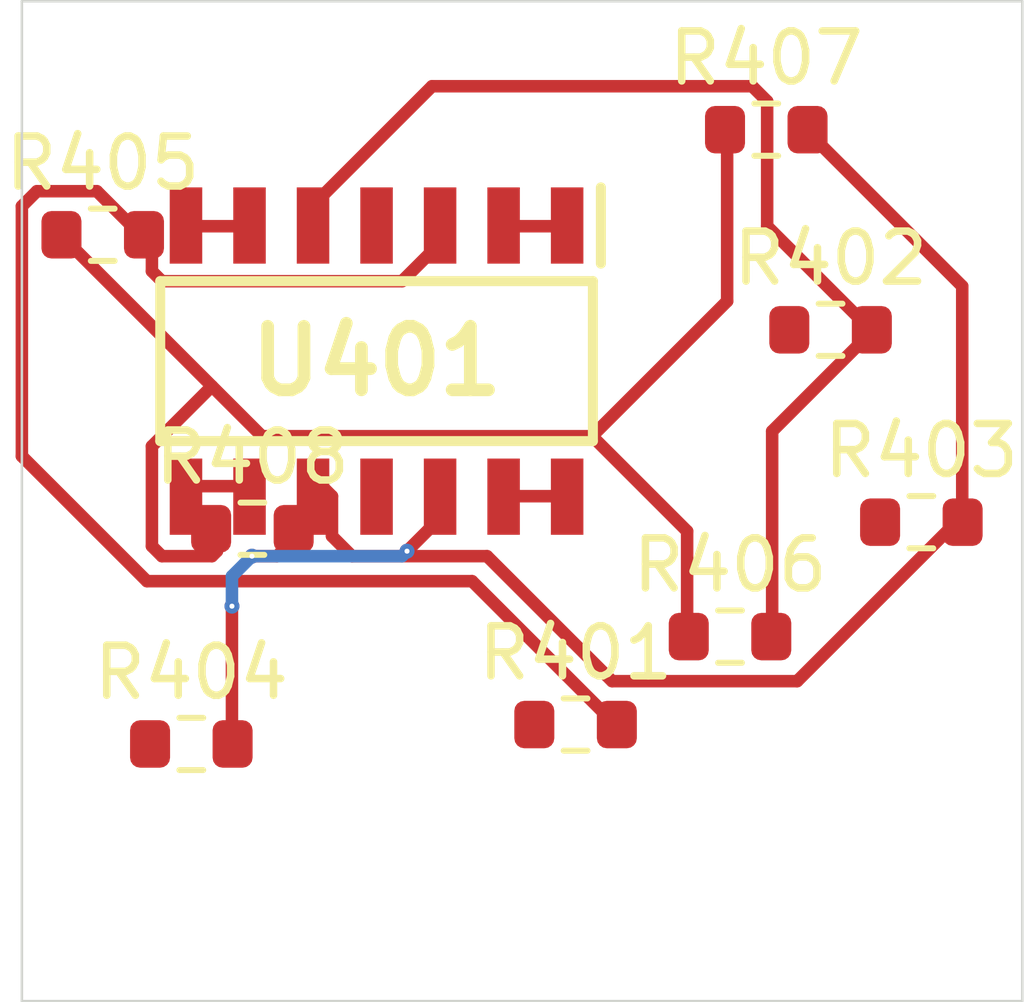
<source format=kicad_pcb>
 ( kicad_pcb  ( version 20171130 )
 ( host pcbnew 5.1.12-84ad8e8a86~92~ubuntu18.04.1 )
 ( general  ( thickness 1.6 )
 ( drawings 4 )
 ( tracks 0 )
 ( zones 0 )
 ( modules 9 )
 ( nets 14 )
)
 ( page A4 )
 ( layers  ( 0 F.Cu signal )
 ( 31 B.Cu signal )
 ( 32 B.Adhes user )
 ( 33 F.Adhes user )
 ( 34 B.Paste user )
 ( 35 F.Paste user )
 ( 36 B.SilkS user )
 ( 37 F.SilkS user )
 ( 38 B.Mask user )
 ( 39 F.Mask user )
 ( 40 Dwgs.User user )
 ( 41 Cmts.User user )
 ( 42 Eco1.User user )
 ( 43 Eco2.User user )
 ( 44 Edge.Cuts user )
 ( 45 Margin user )
 ( 46 B.CrtYd user )
 ( 47 F.CrtYd user )
 ( 48 B.Fab user )
 ( 49 F.Fab user )
)
 ( setup  ( last_trace_width 0.25 )
 ( trace_clearance 0.2 )
 ( zone_clearance 0.508 )
 ( zone_45_only no )
 ( trace_min 0.2 )
 ( via_size 0.8 )
 ( via_drill 0.4 )
 ( via_min_size 0.4 )
 ( via_min_drill 0.3 )
 ( uvia_size 0.3 )
 ( uvia_drill 0.1 )
 ( uvias_allowed no )
 ( uvia_min_size 0.2 )
 ( uvia_min_drill 0.1 )
 ( edge_width 0.05 )
 ( segment_width 0.2 )
 ( pcb_text_width 0.3 )
 ( pcb_text_size 1.5 1.5 )
 ( mod_edge_width 0.12 )
 ( mod_text_size 1 1 )
 ( mod_text_width 0.15 )
 ( pad_size 1.524 1.524 )
 ( pad_drill 0.762 )
 ( pad_to_mask_clearance 0 )
 ( aux_axis_origin 0 0 )
 ( visible_elements FFFFFF7F )
 ( pcbplotparams  ( layerselection 0x010fc_ffffffff )
 ( usegerberextensions false )
 ( usegerberattributes true )
 ( usegerberadvancedattributes true )
 ( creategerberjobfile true )
 ( excludeedgelayer true )
 ( linewidth 0.100000 )
 ( plotframeref false )
 ( viasonmask false )
 ( mode 1 )
 ( useauxorigin false )
 ( hpglpennumber 1 )
 ( hpglpenspeed 20 )
 ( hpglpendiameter 15.000000 )
 ( psnegative false )
 ( psa4output false )
 ( plotreference true )
 ( plotvalue true )
 ( plotinvisibletext false )
 ( padsonsilk false )
 ( subtractmaskfromsilk false )
 ( outputformat 1 )
 ( mirror false )
 ( drillshape 1 )
 ( scaleselection 1 )
 ( outputdirectory "" )
)
)
 ( net 0 "" )
 ( net 1 /Sheet6235D886/vp )
 ( net 2 /Sheet6248AD22/chn0 )
 ( net 3 /Sheet6248AD22/chn1 )
 ( net 4 /Sheet6248AD22/chn2 )
 ( net 5 /Sheet6248AD22/chn3 )
 ( net 6 "Net-(R401-Pad2)" )
 ( net 7 "Net-(R402-Pad2)" )
 ( net 8 "Net-(R403-Pad2)" )
 ( net 9 "Net-(R404-Pad2)" )
 ( net 10 /Sheet6248AD22/chn0_n )
 ( net 11 /Sheet6248AD22/chn1_n )
 ( net 12 /Sheet6248AD22/chn2_n )
 ( net 13 /Sheet6248AD22/chn3_n )
 ( net_class Default "This is the default net class."  ( clearance 0.2 )
 ( trace_width 0.25 )
 ( via_dia 0.8 )
 ( via_drill 0.4 )
 ( uvia_dia 0.3 )
 ( uvia_drill 0.1 )
 ( add_net /Sheet6235D886/vp )
 ( add_net /Sheet6248AD22/chn0 )
 ( add_net /Sheet6248AD22/chn0_n )
 ( add_net /Sheet6248AD22/chn1 )
 ( add_net /Sheet6248AD22/chn1_n )
 ( add_net /Sheet6248AD22/chn2 )
 ( add_net /Sheet6248AD22/chn2_n )
 ( add_net /Sheet6248AD22/chn3 )
 ( add_net /Sheet6248AD22/chn3_n )
 ( add_net "Net-(R401-Pad2)" )
 ( add_net "Net-(R402-Pad2)" )
 ( add_net "Net-(R403-Pad2)" )
 ( add_net "Net-(R404-Pad2)" )
)
 ( module Resistor_SMD:R_0603_1608Metric  ( layer F.Cu )
 ( tedit 5F68FEEE )
 ( tstamp 623425C8 )
 ( at 91.070000 114.468000 )
 ( descr "Resistor SMD 0603 (1608 Metric), square (rectangular) end terminal, IPC_7351 nominal, (Body size source: IPC-SM-782 page 72, https://www.pcb-3d.com/wordpress/wp-content/uploads/ipc-sm-782a_amendment_1_and_2.pdf), generated with kicad-footprint-generator" )
 ( tags resistor )
 ( path /6248AD23/6249ADFD )
 ( attr smd )
 ( fp_text reference R401  ( at 0 -1.43 )
 ( layer F.SilkS )
 ( effects  ( font  ( size 1 1 )
 ( thickness 0.15 )
)
)
)
 ( fp_text value 10M  ( at 0 1.43 )
 ( layer F.Fab )
 ( effects  ( font  ( size 1 1 )
 ( thickness 0.15 )
)
)
)
 ( fp_line  ( start -0.8 0.4125 )
 ( end -0.8 -0.4125 )
 ( layer F.Fab )
 ( width 0.1 )
)
 ( fp_line  ( start -0.8 -0.4125 )
 ( end 0.8 -0.4125 )
 ( layer F.Fab )
 ( width 0.1 )
)
 ( fp_line  ( start 0.8 -0.4125 )
 ( end 0.8 0.4125 )
 ( layer F.Fab )
 ( width 0.1 )
)
 ( fp_line  ( start 0.8 0.4125 )
 ( end -0.8 0.4125 )
 ( layer F.Fab )
 ( width 0.1 )
)
 ( fp_line  ( start -0.237258 -0.5225 )
 ( end 0.237258 -0.5225 )
 ( layer F.SilkS )
 ( width 0.12 )
)
 ( fp_line  ( start -0.237258 0.5225 )
 ( end 0.237258 0.5225 )
 ( layer F.SilkS )
 ( width 0.12 )
)
 ( fp_line  ( start -1.48 0.73 )
 ( end -1.48 -0.73 )
 ( layer F.CrtYd )
 ( width 0.05 )
)
 ( fp_line  ( start -1.48 -0.73 )
 ( end 1.48 -0.73 )
 ( layer F.CrtYd )
 ( width 0.05 )
)
 ( fp_line  ( start 1.48 -0.73 )
 ( end 1.48 0.73 )
 ( layer F.CrtYd )
 ( width 0.05 )
)
 ( fp_line  ( start 1.48 0.73 )
 ( end -1.48 0.73 )
 ( layer F.CrtYd )
 ( width 0.05 )
)
 ( fp_text user %R  ( at 0 0 )
 ( layer F.Fab )
 ( effects  ( font  ( size 0.4 0.4 )
 ( thickness 0.06 )
)
)
)
 ( pad 2 smd roundrect  ( at 0.825 0 )
 ( size 0.8 0.95 )
 ( layers F.Cu F.Mask F.Paste )
 ( roundrect_rratio 0.25 )
 ( net 6 "Net-(R401-Pad2)" )
)
 ( pad 1 smd roundrect  ( at -0.825 0 )
 ( size 0.8 0.95 )
 ( layers F.Cu F.Mask F.Paste )
 ( roundrect_rratio 0.25 )
 ( net 10 /Sheet6248AD22/chn0_n )
)
 ( model ${KISYS3DMOD}/Resistor_SMD.3dshapes/R_0603_1608Metric.wrl  ( at  ( xyz 0 0 0 )
)
 ( scale  ( xyz 1 1 1 )
)
 ( rotate  ( xyz 0 0 0 )
)
)
)
 ( module Resistor_SMD:R_0603_1608Metric  ( layer F.Cu )
 ( tedit 5F68FEEE )
 ( tstamp 623425D9 )
 ( at 96.168000 106.572000 )
 ( descr "Resistor SMD 0603 (1608 Metric), square (rectangular) end terminal, IPC_7351 nominal, (Body size source: IPC-SM-782 page 72, https://www.pcb-3d.com/wordpress/wp-content/uploads/ipc-sm-782a_amendment_1_and_2.pdf), generated with kicad-footprint-generator" )
 ( tags resistor )
 ( path /6248AD23/6249B75E )
 ( attr smd )
 ( fp_text reference R402  ( at 0 -1.43 )
 ( layer F.SilkS )
 ( effects  ( font  ( size 1 1 )
 ( thickness 0.15 )
)
)
)
 ( fp_text value 10M  ( at 0 1.43 )
 ( layer F.Fab )
 ( effects  ( font  ( size 1 1 )
 ( thickness 0.15 )
)
)
)
 ( fp_line  ( start 1.48 0.73 )
 ( end -1.48 0.73 )
 ( layer F.CrtYd )
 ( width 0.05 )
)
 ( fp_line  ( start 1.48 -0.73 )
 ( end 1.48 0.73 )
 ( layer F.CrtYd )
 ( width 0.05 )
)
 ( fp_line  ( start -1.48 -0.73 )
 ( end 1.48 -0.73 )
 ( layer F.CrtYd )
 ( width 0.05 )
)
 ( fp_line  ( start -1.48 0.73 )
 ( end -1.48 -0.73 )
 ( layer F.CrtYd )
 ( width 0.05 )
)
 ( fp_line  ( start -0.237258 0.5225 )
 ( end 0.237258 0.5225 )
 ( layer F.SilkS )
 ( width 0.12 )
)
 ( fp_line  ( start -0.237258 -0.5225 )
 ( end 0.237258 -0.5225 )
 ( layer F.SilkS )
 ( width 0.12 )
)
 ( fp_line  ( start 0.8 0.4125 )
 ( end -0.8 0.4125 )
 ( layer F.Fab )
 ( width 0.1 )
)
 ( fp_line  ( start 0.8 -0.4125 )
 ( end 0.8 0.4125 )
 ( layer F.Fab )
 ( width 0.1 )
)
 ( fp_line  ( start -0.8 -0.4125 )
 ( end 0.8 -0.4125 )
 ( layer F.Fab )
 ( width 0.1 )
)
 ( fp_line  ( start -0.8 0.4125 )
 ( end -0.8 -0.4125 )
 ( layer F.Fab )
 ( width 0.1 )
)
 ( fp_text user %R  ( at 0 0 )
 ( layer F.Fab )
 ( effects  ( font  ( size 0.4 0.4 )
 ( thickness 0.06 )
)
)
)
 ( pad 1 smd roundrect  ( at -0.825 0 )
 ( size 0.8 0.95 )
 ( layers F.Cu F.Mask F.Paste )
 ( roundrect_rratio 0.25 )
 ( net 11 /Sheet6248AD22/chn1_n )
)
 ( pad 2 smd roundrect  ( at 0.825 0 )
 ( size 0.8 0.95 )
 ( layers F.Cu F.Mask F.Paste )
 ( roundrect_rratio 0.25 )
 ( net 7 "Net-(R402-Pad2)" )
)
 ( model ${KISYS3DMOD}/Resistor_SMD.3dshapes/R_0603_1608Metric.wrl  ( at  ( xyz 0 0 0 )
)
 ( scale  ( xyz 1 1 1 )
)
 ( rotate  ( xyz 0 0 0 )
)
)
)
 ( module Resistor_SMD:R_0603_1608Metric  ( layer F.Cu )
 ( tedit 5F68FEEE )
 ( tstamp 623425EA )
 ( at 97.982900 110.420000 )
 ( descr "Resistor SMD 0603 (1608 Metric), square (rectangular) end terminal, IPC_7351 nominal, (Body size source: IPC-SM-782 page 72, https://www.pcb-3d.com/wordpress/wp-content/uploads/ipc-sm-782a_amendment_1_and_2.pdf), generated with kicad-footprint-generator" )
 ( tags resistor )
 ( path /6248AD23/6249FB7A )
 ( attr smd )
 ( fp_text reference R403  ( at 0 -1.43 )
 ( layer F.SilkS )
 ( effects  ( font  ( size 1 1 )
 ( thickness 0.15 )
)
)
)
 ( fp_text value 10M  ( at 0 1.43 )
 ( layer F.Fab )
 ( effects  ( font  ( size 1 1 )
 ( thickness 0.15 )
)
)
)
 ( fp_line  ( start 1.48 0.73 )
 ( end -1.48 0.73 )
 ( layer F.CrtYd )
 ( width 0.05 )
)
 ( fp_line  ( start 1.48 -0.73 )
 ( end 1.48 0.73 )
 ( layer F.CrtYd )
 ( width 0.05 )
)
 ( fp_line  ( start -1.48 -0.73 )
 ( end 1.48 -0.73 )
 ( layer F.CrtYd )
 ( width 0.05 )
)
 ( fp_line  ( start -1.48 0.73 )
 ( end -1.48 -0.73 )
 ( layer F.CrtYd )
 ( width 0.05 )
)
 ( fp_line  ( start -0.237258 0.5225 )
 ( end 0.237258 0.5225 )
 ( layer F.SilkS )
 ( width 0.12 )
)
 ( fp_line  ( start -0.237258 -0.5225 )
 ( end 0.237258 -0.5225 )
 ( layer F.SilkS )
 ( width 0.12 )
)
 ( fp_line  ( start 0.8 0.4125 )
 ( end -0.8 0.4125 )
 ( layer F.Fab )
 ( width 0.1 )
)
 ( fp_line  ( start 0.8 -0.4125 )
 ( end 0.8 0.4125 )
 ( layer F.Fab )
 ( width 0.1 )
)
 ( fp_line  ( start -0.8 -0.4125 )
 ( end 0.8 -0.4125 )
 ( layer F.Fab )
 ( width 0.1 )
)
 ( fp_line  ( start -0.8 0.4125 )
 ( end -0.8 -0.4125 )
 ( layer F.Fab )
 ( width 0.1 )
)
 ( fp_text user %R  ( at 0 0 )
 ( layer F.Fab )
 ( effects  ( font  ( size 0.4 0.4 )
 ( thickness 0.06 )
)
)
)
 ( pad 1 smd roundrect  ( at -0.825 0 )
 ( size 0.8 0.95 )
 ( layers F.Cu F.Mask F.Paste )
 ( roundrect_rratio 0.25 )
 ( net 12 /Sheet6248AD22/chn2_n )
)
 ( pad 2 smd roundrect  ( at 0.825 0 )
 ( size 0.8 0.95 )
 ( layers F.Cu F.Mask F.Paste )
 ( roundrect_rratio 0.25 )
 ( net 8 "Net-(R403-Pad2)" )
)
 ( model ${KISYS3DMOD}/Resistor_SMD.3dshapes/R_0603_1608Metric.wrl  ( at  ( xyz 0 0 0 )
)
 ( scale  ( xyz 1 1 1 )
)
 ( rotate  ( xyz 0 0 0 )
)
)
)
 ( module Resistor_SMD:R_0603_1608Metric  ( layer F.Cu )
 ( tedit 5F68FEEE )
 ( tstamp 623425FB )
 ( at 83.387800 114.856000 )
 ( descr "Resistor SMD 0603 (1608 Metric), square (rectangular) end terminal, IPC_7351 nominal, (Body size source: IPC-SM-782 page 72, https://www.pcb-3d.com/wordpress/wp-content/uploads/ipc-sm-782a_amendment_1_and_2.pdf), generated with kicad-footprint-generator" )
 ( tags resistor )
 ( path /6248AD23/6249FB74 )
 ( attr smd )
 ( fp_text reference R404  ( at 0 -1.43 )
 ( layer F.SilkS )
 ( effects  ( font  ( size 1 1 )
 ( thickness 0.15 )
)
)
)
 ( fp_text value 10M  ( at 0 1.43 )
 ( layer F.Fab )
 ( effects  ( font  ( size 1 1 )
 ( thickness 0.15 )
)
)
)
 ( fp_line  ( start -0.8 0.4125 )
 ( end -0.8 -0.4125 )
 ( layer F.Fab )
 ( width 0.1 )
)
 ( fp_line  ( start -0.8 -0.4125 )
 ( end 0.8 -0.4125 )
 ( layer F.Fab )
 ( width 0.1 )
)
 ( fp_line  ( start 0.8 -0.4125 )
 ( end 0.8 0.4125 )
 ( layer F.Fab )
 ( width 0.1 )
)
 ( fp_line  ( start 0.8 0.4125 )
 ( end -0.8 0.4125 )
 ( layer F.Fab )
 ( width 0.1 )
)
 ( fp_line  ( start -0.237258 -0.5225 )
 ( end 0.237258 -0.5225 )
 ( layer F.SilkS )
 ( width 0.12 )
)
 ( fp_line  ( start -0.237258 0.5225 )
 ( end 0.237258 0.5225 )
 ( layer F.SilkS )
 ( width 0.12 )
)
 ( fp_line  ( start -1.48 0.73 )
 ( end -1.48 -0.73 )
 ( layer F.CrtYd )
 ( width 0.05 )
)
 ( fp_line  ( start -1.48 -0.73 )
 ( end 1.48 -0.73 )
 ( layer F.CrtYd )
 ( width 0.05 )
)
 ( fp_line  ( start 1.48 -0.73 )
 ( end 1.48 0.73 )
 ( layer F.CrtYd )
 ( width 0.05 )
)
 ( fp_line  ( start 1.48 0.73 )
 ( end -1.48 0.73 )
 ( layer F.CrtYd )
 ( width 0.05 )
)
 ( fp_text user %R  ( at 0 0 )
 ( layer F.Fab )
 ( effects  ( font  ( size 0.4 0.4 )
 ( thickness 0.06 )
)
)
)
 ( pad 2 smd roundrect  ( at 0.825 0 )
 ( size 0.8 0.95 )
 ( layers F.Cu F.Mask F.Paste )
 ( roundrect_rratio 0.25 )
 ( net 9 "Net-(R404-Pad2)" )
)
 ( pad 1 smd roundrect  ( at -0.825 0 )
 ( size 0.8 0.95 )
 ( layers F.Cu F.Mask F.Paste )
 ( roundrect_rratio 0.25 )
 ( net 13 /Sheet6248AD22/chn3_n )
)
 ( model ${KISYS3DMOD}/Resistor_SMD.3dshapes/R_0603_1608Metric.wrl  ( at  ( xyz 0 0 0 )
)
 ( scale  ( xyz 1 1 1 )
)
 ( rotate  ( xyz 0 0 0 )
)
)
)
 ( module Resistor_SMD:R_0603_1608Metric  ( layer F.Cu )
 ( tedit 5F68FEEE )
 ( tstamp 6234260C )
 ( at 81.616200 104.671000 )
 ( descr "Resistor SMD 0603 (1608 Metric), square (rectangular) end terminal, IPC_7351 nominal, (Body size source: IPC-SM-782 page 72, https://www.pcb-3d.com/wordpress/wp-content/uploads/ipc-sm-782a_amendment_1_and_2.pdf), generated with kicad-footprint-generator" )
 ( tags resistor )
 ( path /6248AD23/62497F62 )
 ( attr smd )
 ( fp_text reference R405  ( at 0 -1.43 )
 ( layer F.SilkS )
 ( effects  ( font  ( size 1 1 )
 ( thickness 0.15 )
)
)
)
 ( fp_text value 750k  ( at 0 1.43 )
 ( layer F.Fab )
 ( effects  ( font  ( size 1 1 )
 ( thickness 0.15 )
)
)
)
 ( fp_line  ( start -0.8 0.4125 )
 ( end -0.8 -0.4125 )
 ( layer F.Fab )
 ( width 0.1 )
)
 ( fp_line  ( start -0.8 -0.4125 )
 ( end 0.8 -0.4125 )
 ( layer F.Fab )
 ( width 0.1 )
)
 ( fp_line  ( start 0.8 -0.4125 )
 ( end 0.8 0.4125 )
 ( layer F.Fab )
 ( width 0.1 )
)
 ( fp_line  ( start 0.8 0.4125 )
 ( end -0.8 0.4125 )
 ( layer F.Fab )
 ( width 0.1 )
)
 ( fp_line  ( start -0.237258 -0.5225 )
 ( end 0.237258 -0.5225 )
 ( layer F.SilkS )
 ( width 0.12 )
)
 ( fp_line  ( start -0.237258 0.5225 )
 ( end 0.237258 0.5225 )
 ( layer F.SilkS )
 ( width 0.12 )
)
 ( fp_line  ( start -1.48 0.73 )
 ( end -1.48 -0.73 )
 ( layer F.CrtYd )
 ( width 0.05 )
)
 ( fp_line  ( start -1.48 -0.73 )
 ( end 1.48 -0.73 )
 ( layer F.CrtYd )
 ( width 0.05 )
)
 ( fp_line  ( start 1.48 -0.73 )
 ( end 1.48 0.73 )
 ( layer F.CrtYd )
 ( width 0.05 )
)
 ( fp_line  ( start 1.48 0.73 )
 ( end -1.48 0.73 )
 ( layer F.CrtYd )
 ( width 0.05 )
)
 ( fp_text user %R  ( at 0 0 )
 ( layer F.Fab )
 ( effects  ( font  ( size 0.4 0.4 )
 ( thickness 0.06 )
)
)
)
 ( pad 2 smd roundrect  ( at 0.825 0 )
 ( size 0.8 0.95 )
 ( layers F.Cu F.Mask F.Paste )
 ( roundrect_rratio 0.25 )
 ( net 6 "Net-(R401-Pad2)" )
)
 ( pad 1 smd roundrect  ( at -0.825 0 )
 ( size 0.8 0.95 )
 ( layers F.Cu F.Mask F.Paste )
 ( roundrect_rratio 0.25 )
 ( net 1 /Sheet6235D886/vp )
)
 ( model ${KISYS3DMOD}/Resistor_SMD.3dshapes/R_0603_1608Metric.wrl  ( at  ( xyz 0 0 0 )
)
 ( scale  ( xyz 1 1 1 )
)
 ( rotate  ( xyz 0 0 0 )
)
)
)
 ( module Resistor_SMD:R_0603_1608Metric  ( layer F.Cu )
 ( tedit 5F68FEEE )
 ( tstamp 6234261D )
 ( at 94.157600 112.709000 )
 ( descr "Resistor SMD 0603 (1608 Metric), square (rectangular) end terminal, IPC_7351 nominal, (Body size source: IPC-SM-782 page 72, https://www.pcb-3d.com/wordpress/wp-content/uploads/ipc-sm-782a_amendment_1_and_2.pdf), generated with kicad-footprint-generator" )
 ( tags resistor )
 ( path /6248AD23/62499098 )
 ( attr smd )
 ( fp_text reference R406  ( at 0 -1.43 )
 ( layer F.SilkS )
 ( effects  ( font  ( size 1 1 )
 ( thickness 0.15 )
)
)
)
 ( fp_text value 750k  ( at 0 1.43 )
 ( layer F.Fab )
 ( effects  ( font  ( size 1 1 )
 ( thickness 0.15 )
)
)
)
 ( fp_line  ( start 1.48 0.73 )
 ( end -1.48 0.73 )
 ( layer F.CrtYd )
 ( width 0.05 )
)
 ( fp_line  ( start 1.48 -0.73 )
 ( end 1.48 0.73 )
 ( layer F.CrtYd )
 ( width 0.05 )
)
 ( fp_line  ( start -1.48 -0.73 )
 ( end 1.48 -0.73 )
 ( layer F.CrtYd )
 ( width 0.05 )
)
 ( fp_line  ( start -1.48 0.73 )
 ( end -1.48 -0.73 )
 ( layer F.CrtYd )
 ( width 0.05 )
)
 ( fp_line  ( start -0.237258 0.5225 )
 ( end 0.237258 0.5225 )
 ( layer F.SilkS )
 ( width 0.12 )
)
 ( fp_line  ( start -0.237258 -0.5225 )
 ( end 0.237258 -0.5225 )
 ( layer F.SilkS )
 ( width 0.12 )
)
 ( fp_line  ( start 0.8 0.4125 )
 ( end -0.8 0.4125 )
 ( layer F.Fab )
 ( width 0.1 )
)
 ( fp_line  ( start 0.8 -0.4125 )
 ( end 0.8 0.4125 )
 ( layer F.Fab )
 ( width 0.1 )
)
 ( fp_line  ( start -0.8 -0.4125 )
 ( end 0.8 -0.4125 )
 ( layer F.Fab )
 ( width 0.1 )
)
 ( fp_line  ( start -0.8 0.4125 )
 ( end -0.8 -0.4125 )
 ( layer F.Fab )
 ( width 0.1 )
)
 ( fp_text user %R  ( at 0 0 )
 ( layer F.Fab )
 ( effects  ( font  ( size 0.4 0.4 )
 ( thickness 0.06 )
)
)
)
 ( pad 1 smd roundrect  ( at -0.825 0 )
 ( size 0.8 0.95 )
 ( layers F.Cu F.Mask F.Paste )
 ( roundrect_rratio 0.25 )
 ( net 1 /Sheet6235D886/vp )
)
 ( pad 2 smd roundrect  ( at 0.825 0 )
 ( size 0.8 0.95 )
 ( layers F.Cu F.Mask F.Paste )
 ( roundrect_rratio 0.25 )
 ( net 7 "Net-(R402-Pad2)" )
)
 ( model ${KISYS3DMOD}/Resistor_SMD.3dshapes/R_0603_1608Metric.wrl  ( at  ( xyz 0 0 0 )
)
 ( scale  ( xyz 1 1 1 )
)
 ( rotate  ( xyz 0 0 0 )
)
)
)
 ( module Resistor_SMD:R_0603_1608Metric  ( layer F.Cu )
 ( tedit 5F68FEEE )
 ( tstamp 6234262E )
 ( at 94.882500 102.569000 )
 ( descr "Resistor SMD 0603 (1608 Metric), square (rectangular) end terminal, IPC_7351 nominal, (Body size source: IPC-SM-782 page 72, https://www.pcb-3d.com/wordpress/wp-content/uploads/ipc-sm-782a_amendment_1_and_2.pdf), generated with kicad-footprint-generator" )
 ( tags resistor )
 ( path /6248AD23/624A0FFB )
 ( attr smd )
 ( fp_text reference R407  ( at 0 -1.43 )
 ( layer F.SilkS )
 ( effects  ( font  ( size 1 1 )
 ( thickness 0.15 )
)
)
)
 ( fp_text value 1.5M  ( at 0 1.43 )
 ( layer F.Fab )
 ( effects  ( font  ( size 1 1 )
 ( thickness 0.15 )
)
)
)
 ( fp_line  ( start 1.48 0.73 )
 ( end -1.48 0.73 )
 ( layer F.CrtYd )
 ( width 0.05 )
)
 ( fp_line  ( start 1.48 -0.73 )
 ( end 1.48 0.73 )
 ( layer F.CrtYd )
 ( width 0.05 )
)
 ( fp_line  ( start -1.48 -0.73 )
 ( end 1.48 -0.73 )
 ( layer F.CrtYd )
 ( width 0.05 )
)
 ( fp_line  ( start -1.48 0.73 )
 ( end -1.48 -0.73 )
 ( layer F.CrtYd )
 ( width 0.05 )
)
 ( fp_line  ( start -0.237258 0.5225 )
 ( end 0.237258 0.5225 )
 ( layer F.SilkS )
 ( width 0.12 )
)
 ( fp_line  ( start -0.237258 -0.5225 )
 ( end 0.237258 -0.5225 )
 ( layer F.SilkS )
 ( width 0.12 )
)
 ( fp_line  ( start 0.8 0.4125 )
 ( end -0.8 0.4125 )
 ( layer F.Fab )
 ( width 0.1 )
)
 ( fp_line  ( start 0.8 -0.4125 )
 ( end 0.8 0.4125 )
 ( layer F.Fab )
 ( width 0.1 )
)
 ( fp_line  ( start -0.8 -0.4125 )
 ( end 0.8 -0.4125 )
 ( layer F.Fab )
 ( width 0.1 )
)
 ( fp_line  ( start -0.8 0.4125 )
 ( end -0.8 -0.4125 )
 ( layer F.Fab )
 ( width 0.1 )
)
 ( fp_text user %R  ( at 0 0 )
 ( layer F.Fab )
 ( effects  ( font  ( size 0.4 0.4 )
 ( thickness 0.06 )
)
)
)
 ( pad 1 smd roundrect  ( at -0.825 0 )
 ( size 0.8 0.95 )
 ( layers F.Cu F.Mask F.Paste )
 ( roundrect_rratio 0.25 )
 ( net 1 /Sheet6235D886/vp )
)
 ( pad 2 smd roundrect  ( at 0.825 0 )
 ( size 0.8 0.95 )
 ( layers F.Cu F.Mask F.Paste )
 ( roundrect_rratio 0.25 )
 ( net 8 "Net-(R403-Pad2)" )
)
 ( model ${KISYS3DMOD}/Resistor_SMD.3dshapes/R_0603_1608Metric.wrl  ( at  ( xyz 0 0 0 )
)
 ( scale  ( xyz 1 1 1 )
)
 ( rotate  ( xyz 0 0 0 )
)
)
)
 ( module Resistor_SMD:R_0603_1608Metric  ( layer F.Cu )
 ( tedit 5F68FEEE )
 ( tstamp 6234263F )
 ( at 84.608700 110.551000 )
 ( descr "Resistor SMD 0603 (1608 Metric), square (rectangular) end terminal, IPC_7351 nominal, (Body size source: IPC-SM-782 page 72, https://www.pcb-3d.com/wordpress/wp-content/uploads/ipc-sm-782a_amendment_1_and_2.pdf), generated with kicad-footprint-generator" )
 ( tags resistor )
 ( path /6248AD23/624A093C )
 ( attr smd )
 ( fp_text reference R408  ( at 0 -1.43 )
 ( layer F.SilkS )
 ( effects  ( font  ( size 1 1 )
 ( thickness 0.15 )
)
)
)
 ( fp_text value 1.5M  ( at 0 1.43 )
 ( layer F.Fab )
 ( effects  ( font  ( size 1 1 )
 ( thickness 0.15 )
)
)
)
 ( fp_line  ( start -0.8 0.4125 )
 ( end -0.8 -0.4125 )
 ( layer F.Fab )
 ( width 0.1 )
)
 ( fp_line  ( start -0.8 -0.4125 )
 ( end 0.8 -0.4125 )
 ( layer F.Fab )
 ( width 0.1 )
)
 ( fp_line  ( start 0.8 -0.4125 )
 ( end 0.8 0.4125 )
 ( layer F.Fab )
 ( width 0.1 )
)
 ( fp_line  ( start 0.8 0.4125 )
 ( end -0.8 0.4125 )
 ( layer F.Fab )
 ( width 0.1 )
)
 ( fp_line  ( start -0.237258 -0.5225 )
 ( end 0.237258 -0.5225 )
 ( layer F.SilkS )
 ( width 0.12 )
)
 ( fp_line  ( start -0.237258 0.5225 )
 ( end 0.237258 0.5225 )
 ( layer F.SilkS )
 ( width 0.12 )
)
 ( fp_line  ( start -1.48 0.73 )
 ( end -1.48 -0.73 )
 ( layer F.CrtYd )
 ( width 0.05 )
)
 ( fp_line  ( start -1.48 -0.73 )
 ( end 1.48 -0.73 )
 ( layer F.CrtYd )
 ( width 0.05 )
)
 ( fp_line  ( start 1.48 -0.73 )
 ( end 1.48 0.73 )
 ( layer F.CrtYd )
 ( width 0.05 )
)
 ( fp_line  ( start 1.48 0.73 )
 ( end -1.48 0.73 )
 ( layer F.CrtYd )
 ( width 0.05 )
)
 ( fp_text user %R  ( at 0 0 )
 ( layer F.Fab )
 ( effects  ( font  ( size 0.4 0.4 )
 ( thickness 0.06 )
)
)
)
 ( pad 2 smd roundrect  ( at 0.825 0 )
 ( size 0.8 0.95 )
 ( layers F.Cu F.Mask F.Paste )
 ( roundrect_rratio 0.25 )
 ( net 9 "Net-(R404-Pad2)" )
)
 ( pad 1 smd roundrect  ( at -0.825 0 )
 ( size 0.8 0.95 )
 ( layers F.Cu F.Mask F.Paste )
 ( roundrect_rratio 0.25 )
 ( net 1 /Sheet6235D886/vp )
)
 ( model ${KISYS3DMOD}/Resistor_SMD.3dshapes/R_0603_1608Metric.wrl  ( at  ( xyz 0 0 0 )
)
 ( scale  ( xyz 1 1 1 )
)
 ( rotate  ( xyz 0 0 0 )
)
)
)
 ( module TL074HIDR:SOIC127P600X175-14N locked  ( layer F.Cu )
 ( tedit 62336F37 )
 ( tstamp 62342709 )
 ( at 87.091000 107.198000 270.000000 )
 ( descr "D (-R-PDSO-G14)" )
 ( tags "Integrated Circuit" )
 ( path /6248AD23/624976B2 )
 ( attr smd )
 ( fp_text reference U401  ( at 0 0 )
 ( layer F.SilkS )
 ( effects  ( font  ( size 1.27 1.27 )
 ( thickness 0.254 )
)
)
)
 ( fp_text value TL074  ( at 0 0 )
 ( layer F.SilkS )
hide  ( effects  ( font  ( size 1.27 1.27 )
 ( thickness 0.254 )
)
)
)
 ( fp_line  ( start -3.725 -4.625 )
 ( end 3.725 -4.625 )
 ( layer Dwgs.User )
 ( width 0.05 )
)
 ( fp_line  ( start 3.725 -4.625 )
 ( end 3.725 4.625 )
 ( layer Dwgs.User )
 ( width 0.05 )
)
 ( fp_line  ( start 3.725 4.625 )
 ( end -3.725 4.625 )
 ( layer Dwgs.User )
 ( width 0.05 )
)
 ( fp_line  ( start -3.725 4.625 )
 ( end -3.725 -4.625 )
 ( layer Dwgs.User )
 ( width 0.05 )
)
 ( fp_line  ( start -1.95 -4.325 )
 ( end 1.95 -4.325 )
 ( layer Dwgs.User )
 ( width 0.1 )
)
 ( fp_line  ( start 1.95 -4.325 )
 ( end 1.95 4.325 )
 ( layer Dwgs.User )
 ( width 0.1 )
)
 ( fp_line  ( start 1.95 4.325 )
 ( end -1.95 4.325 )
 ( layer Dwgs.User )
 ( width 0.1 )
)
 ( fp_line  ( start -1.95 4.325 )
 ( end -1.95 -4.325 )
 ( layer Dwgs.User )
 ( width 0.1 )
)
 ( fp_line  ( start -1.95 -3.055 )
 ( end -0.68 -4.325 )
 ( layer Dwgs.User )
 ( width 0.1 )
)
 ( fp_line  ( start -1.6 -4.325 )
 ( end 1.6 -4.325 )
 ( layer F.SilkS )
 ( width 0.2 )
)
 ( fp_line  ( start 1.6 -4.325 )
 ( end 1.6 4.325 )
 ( layer F.SilkS )
 ( width 0.2 )
)
 ( fp_line  ( start 1.6 4.325 )
 ( end -1.6 4.325 )
 ( layer F.SilkS )
 ( width 0.2 )
)
 ( fp_line  ( start -1.6 4.325 )
 ( end -1.6 -4.325 )
 ( layer F.SilkS )
 ( width 0.2 )
)
 ( fp_line  ( start -3.475 -4.485 )
 ( end -1.95 -4.485 )
 ( layer F.SilkS )
 ( width 0.2 )
)
 ( pad 1 smd rect  ( at -2.712 -3.81 )
 ( size 0.65 1.525 )
 ( layers F.Cu F.Mask F.Paste )
 ( net 2 /Sheet6248AD22/chn0 )
)
 ( pad 2 smd rect  ( at -2.712 -2.54 )
 ( size 0.65 1.525 )
 ( layers F.Cu F.Mask F.Paste )
 ( net 2 /Sheet6248AD22/chn0 )
)
 ( pad 3 smd rect  ( at -2.712 -1.27 )
 ( size 0.65 1.525 )
 ( layers F.Cu F.Mask F.Paste )
 ( net 6 "Net-(R401-Pad2)" )
)
 ( pad 4 smd rect  ( at -2.712 0 )
 ( size 0.65 1.525 )
 ( layers F.Cu F.Mask F.Paste )
)
 ( pad 5 smd rect  ( at -2.712 1.27 )
 ( size 0.65 1.525 )
 ( layers F.Cu F.Mask F.Paste )
 ( net 7 "Net-(R402-Pad2)" )
)
 ( pad 6 smd rect  ( at -2.712 2.54 )
 ( size 0.65 1.525 )
 ( layers F.Cu F.Mask F.Paste )
 ( net 3 /Sheet6248AD22/chn1 )
)
 ( pad 7 smd rect  ( at -2.712 3.81 )
 ( size 0.65 1.525 )
 ( layers F.Cu F.Mask F.Paste )
 ( net 3 /Sheet6248AD22/chn1 )
)
 ( pad 8 smd rect  ( at 2.712 3.81 )
 ( size 0.65 1.525 )
 ( layers F.Cu F.Mask F.Paste )
 ( net 4 /Sheet6248AD22/chn2 )
)
 ( pad 9 smd rect  ( at 2.712 2.54 )
 ( size 0.65 1.525 )
 ( layers F.Cu F.Mask F.Paste )
 ( net 4 /Sheet6248AD22/chn2 )
)
 ( pad 10 smd rect  ( at 2.712 1.27 )
 ( size 0.65 1.525 )
 ( layers F.Cu F.Mask F.Paste )
 ( net 8 "Net-(R403-Pad2)" )
)
 ( pad 11 smd rect  ( at 2.712 0 )
 ( size 0.65 1.525 )
 ( layers F.Cu F.Mask F.Paste )
)
 ( pad 12 smd rect  ( at 2.712 -1.27 )
 ( size 0.65 1.525 )
 ( layers F.Cu F.Mask F.Paste )
 ( net 9 "Net-(R404-Pad2)" )
)
 ( pad 13 smd rect  ( at 2.712 -2.54 )
 ( size 0.65 1.525 )
 ( layers F.Cu F.Mask F.Paste )
 ( net 5 /Sheet6248AD22/chn3 )
)
 ( pad 14 smd rect  ( at 2.712 -3.81 )
 ( size 0.65 1.525 )
 ( layers F.Cu F.Mask F.Paste )
 ( net 5 /Sheet6248AD22/chn3 )
)
)
 ( gr_line  ( start 100 100 )
 ( end 100 120 )
 ( layer Edge.Cuts )
 ( width 0.05 )
 ( tstamp 62E76D2A )
)
 ( gr_line  ( start 80 120 )
 ( end 100 120 )
 ( layer Edge.Cuts )
 ( width 0.05 )
 ( tstamp 62E76D27 )
)
 ( gr_line  ( start 80 100 )
 ( end 80 120 )
 ( layer Edge.Cuts )
 ( width 0.05 )
 ( tstamp 6234110C )
)
 ( gr_line  ( start 80 100 )
 ( end 100 100 )
 ( layer Edge.Cuts )
 ( width 0.05 )
)
 ( segment  ( start 93.300001 112.700002 )
 ( end 93.300001 110.600002 )
 ( width 0.250000 )
 ( layer F.Cu )
 ( net 1 )
)
 ( segment  ( start 93.300001 110.600002 )
 ( end 91.400001 108.700002 )
 ( width 0.250000 )
 ( layer F.Cu )
 ( net 1 )
)
 ( segment  ( start 91.400001 108.700002 )
 ( end 84.800001 108.700002 )
 ( width 0.250000 )
 ( layer F.Cu )
 ( net 1 )
)
 ( segment  ( start 84.800001 108.700002 )
 ( end 80.800001 104.700002 )
 ( width 0.250000 )
 ( layer F.Cu )
 ( net 1 )
)
 ( segment  ( start 94.100001 102.600002 )
 ( end 94.100001 106.000002 )
 ( width 0.250000 )
 ( layer F.Cu )
 ( net 1 )
)
 ( segment  ( start 94.100001 106.000002 )
 ( end 91.400001 108.700002 )
 ( width 0.250000 )
 ( layer F.Cu )
 ( net 1 )
)
 ( segment  ( start 83.800001 110.600002 )
 ( end 83.900001 110.700002 )
 ( width 0.250000 )
 ( layer F.Cu )
 ( net 1 )
)
 ( segment  ( start 83.900001 110.700002 )
 ( end 83.900001 111.000002 )
 ( width 0.250000 )
 ( layer F.Cu )
 ( net 1 )
)
 ( segment  ( start 83.900001 111.000002 )
 ( end 83.800001 111.100002 )
 ( width 0.250000 )
 ( layer F.Cu )
 ( net 1 )
)
 ( segment  ( start 83.800001 111.100002 )
 ( end 82.800001 111.100002 )
 ( width 0.250000 )
 ( layer F.Cu )
 ( net 1 )
)
 ( segment  ( start 82.800001 111.100002 )
 ( end 82.600001 110.900002 )
 ( width 0.250000 )
 ( layer F.Cu )
 ( net 1 )
)
 ( segment  ( start 82.600001 110.900002 )
 ( end 82.600001 108.900002 )
 ( width 0.250000 )
 ( layer F.Cu )
 ( net 1 )
)
 ( segment  ( start 82.600001 108.900002 )
 ( end 83.800001 107.700002 )
 ( width 0.250000 )
 ( layer F.Cu )
 ( net 1 )
)
 ( segment  ( start 89.600001 104.500002 )
 ( end 90.900001 104.500002 )
 ( width 0.250000 )
 ( layer F.Cu )
 ( net 2 )
)
 ( segment  ( start 83.300001 104.500002 )
 ( end 84.600001 104.500002 )
 ( width 0.250000 )
 ( layer F.Cu )
 ( net 3 )
)
 ( segment  ( start 84.600001 109.900002 )
 ( end 84.400001 109.700002 )
 ( width 0.250000 )
 ( layer F.Cu )
 ( net 4 )
)
 ( segment  ( start 84.400001 109.700002 )
 ( end 83.300001 109.700002 )
 ( width 0.250000 )
 ( layer F.Cu )
 ( net 4 )
)
 ( segment  ( start 83.300001 109.700002 )
 ( end 83.200001 109.800002 )
 ( width 0.250000 )
 ( layer F.Cu )
 ( net 4 )
)
 ( segment  ( start 83.200001 109.800002 )
 ( end 83.300001 109.900002 )
 ( width 0.250000 )
 ( layer F.Cu )
 ( net 4 )
)
 ( segment  ( start 90.900001 109.900002 )
 ( end 89.600001 109.900002 )
 ( width 0.250000 )
 ( layer F.Cu )
 ( net 5 )
)
 ( segment  ( start 82.400001 104.700002 )
 ( end 81.500001 103.800002 )
 ( width 0.250000 )
 ( layer F.Cu )
 ( net 6 )
)
 ( segment  ( start 81.500001 103.800002 )
 ( end 80.300001 103.800002 )
 ( width 0.250000 )
 ( layer F.Cu )
 ( net 6 )
)
 ( segment  ( start 80.300001 103.800002 )
 ( end 80.000001 104.100002 )
 ( width 0.250000 )
 ( layer F.Cu )
 ( net 6 )
)
 ( segment  ( start 80.000001 104.100002 )
 ( end 80.000001 109.100002 )
 ( width 0.250000 )
 ( layer F.Cu )
 ( net 6 )
)
 ( segment  ( start 80.000001 109.100002 )
 ( end 82.500001 111.600002 )
 ( width 0.250000 )
 ( layer F.Cu )
 ( net 6 )
)
 ( segment  ( start 82.500001 111.600002 )
 ( end 89.000001 111.600002 )
 ( width 0.250000 )
 ( layer F.Cu )
 ( net 6 )
)
 ( segment  ( start 89.000001 111.600002 )
 ( end 91.900001 114.500002 )
 ( width 0.250000 )
 ( layer F.Cu )
 ( net 6 )
)
 ( segment  ( start 88.400001 104.500002 )
 ( end 88.400001 104.800002 )
 ( width 0.250000 )
 ( layer F.Cu )
 ( net 6 )
)
 ( segment  ( start 88.400001 104.800002 )
 ( end 87.600001 105.600002 )
 ( width 0.250000 )
 ( layer F.Cu )
 ( net 6 )
)
 ( segment  ( start 87.600001 105.600002 )
 ( end 82.800001 105.600002 )
 ( width 0.250000 )
 ( layer F.Cu )
 ( net 6 )
)
 ( segment  ( start 82.800001 105.600002 )
 ( end 82.600001 105.400002 )
 ( width 0.250000 )
 ( layer F.Cu )
 ( net 6 )
)
 ( segment  ( start 82.600001 105.400002 )
 ( end 82.600001 104.900002 )
 ( width 0.250000 )
 ( layer F.Cu )
 ( net 6 )
)
 ( segment  ( start 82.600001 104.900002 )
 ( end 82.400001 104.700002 )
 ( width 0.250000 )
 ( layer F.Cu )
 ( net 6 )
)
 ( segment  ( start 95.000001 112.700002 )
 ( end 95.000001 108.600002 )
 ( width 0.250000 )
 ( layer F.Cu )
 ( net 7 )
)
 ( segment  ( start 95.000001 108.600002 )
 ( end 97.000001 106.600002 )
 ( width 0.250000 )
 ( layer F.Cu )
 ( net 7 )
)
 ( segment  ( start 85.800001 104.500002 )
 ( end 85.800001 104.100002 )
 ( width 0.250000 )
 ( layer F.Cu )
 ( net 7 )
)
 ( segment  ( start 85.800001 104.100002 )
 ( end 88.200001 101.700002 )
 ( width 0.250000 )
 ( layer F.Cu )
 ( net 7 )
)
 ( segment  ( start 88.200001 101.700002 )
 ( end 94.600001 101.700002 )
 ( width 0.250000 )
 ( layer F.Cu )
 ( net 7 )
)
 ( segment  ( start 94.600001 101.700002 )
 ( end 94.900001 102.000002 )
 ( width 0.250000 )
 ( layer F.Cu )
 ( net 7 )
)
 ( segment  ( start 94.900001 102.000002 )
 ( end 94.900001 104.500002 )
 ( width 0.250000 )
 ( layer F.Cu )
 ( net 7 )
)
 ( segment  ( start 94.900001 104.500002 )
 ( end 97.000001 106.600002 )
 ( width 0.250000 )
 ( layer F.Cu )
 ( net 7 )
)
 ( segment  ( start 95.700001 102.600002 )
 ( end 98.800001 105.700002 )
 ( width 0.250000 )
 ( layer F.Cu )
 ( net 8 )
)
 ( segment  ( start 98.800001 105.700002 )
 ( end 98.800001 110.400002 )
 ( width 0.250000 )
 ( layer F.Cu )
 ( net 8 )
)
 ( segment  ( start 85.800001 109.900002 )
 ( end 86.000001 109.700002 )
 ( width 0.250000 )
 ( layer F.Cu )
 ( net 8 )
)
 ( segment  ( start 86.000001 109.700002 )
 ( end 86.200001 109.900002 )
 ( width 0.250000 )
 ( layer F.Cu )
 ( net 8 )
)
 ( segment  ( start 86.200001 109.900002 )
 ( end 86.200001 110.700002 )
 ( width 0.250000 )
 ( layer F.Cu )
 ( net 8 )
)
 ( segment  ( start 86.200001 110.700002 )
 ( end 86.600001 111.100002 )
 ( width 0.250000 )
 ( layer F.Cu )
 ( net 8 )
)
 ( segment  ( start 86.600001 111.100002 )
 ( end 89.300001 111.100002 )
 ( width 0.250000 )
 ( layer F.Cu )
 ( net 8 )
)
 ( segment  ( start 89.300001 111.100002 )
 ( end 91.800001 113.600002 )
 ( width 0.250000 )
 ( layer F.Cu )
 ( net 8 )
)
 ( segment  ( start 91.800001 113.600002 )
 ( end 95.500001 113.600002 )
 ( width 0.250000 )
 ( layer F.Cu )
 ( net 8 )
)
 ( segment  ( start 95.500001 113.600002 )
 ( end 98.700001 110.400002 )
 ( width 0.250000 )
 ( layer F.Cu )
 ( net 8 )
)
 ( segment  ( start 98.700001 110.400002 )
 ( end 98.800001 110.400002 )
 ( width 0.250000 )
 ( layer F.Cu )
 ( net 8 )
)
 ( segment  ( start 85.400001 110.600002 )
 ( end 85.200001 110.800002 )
 ( width 0.250000 )
 ( layer F.Cu )
 ( net 9 )
)
 ( segment  ( start 85.200001 110.800002 )
 ( end 85.200001 111.000002 )
 ( width 0.250000 )
 ( layer F.Cu )
 ( net 9 )
)
 ( segment  ( start 85.200001 111.000002 )
 ( end 85.100001 111.100002 )
 ( width 0.250000 )
 ( layer F.Cu )
 ( net 9 )
)
 ( segment  ( start 85.100001 111.100002 )
 ( end 84.600001 111.100002 )
 ( width 0.250000 )
 ( layer F.Cu )
 ( net 9 )
)
 ( segment  ( start 84.600001 111.100002 )
 ( end 84.200001 111.500002 )
 ( width 0.250000 )
 ( layer B.Cu )
 ( net 9 )
)
 ( segment  ( start 84.200001 111.500002 )
 ( end 84.200001 112.100002 )
 ( width 0.250000 )
 ( layer B.Cu )
 ( net 9 )
)
 ( segment  ( start 84.200001 112.100002 )
 ( end 84.200001 114.900002 )
 ( width 0.250000 )
 ( layer F.Cu )
 ( net 9 )
)
 ( segment  ( start 88.400001 109.900002 )
 ( end 88.400001 110.300002 )
 ( width 0.250000 )
 ( layer F.Cu )
 ( net 9 )
)
 ( segment  ( start 88.400001 110.300002 )
 ( end 87.700001 111.000002 )
 ( width 0.250000 )
 ( layer F.Cu )
 ( net 9 )
)
 ( segment  ( start 87.700001 111.000002 )
 ( end 87.600001 111.100002 )
 ( width 0.250000 )
 ( layer B.Cu )
 ( net 9 )
)
 ( segment  ( start 87.600001 111.100002 )
 ( end 84.600001 111.100002 )
 ( width 0.250000 )
 ( layer B.Cu )
 ( net 9 )
)
 ( via micro  ( at 84.600001 111.100002 )
 ( size 0.300000 )
 ( drill 0.100000 )
 ( layers F.Cu B.Cu )
 ( net 9 )
)
 ( via micro  ( at 84.200001 112.100002 )
 ( size 0.300000 )
 ( drill 0.100000 )
 ( layers F.Cu B.Cu )
 ( net 9 )
)
 ( via micro  ( at 87.700001 111.000002 )
 ( size 0.300000 )
 ( drill 0.100000 )
 ( layers F.Cu B.Cu )
 ( net 9 )
)
)

</source>
